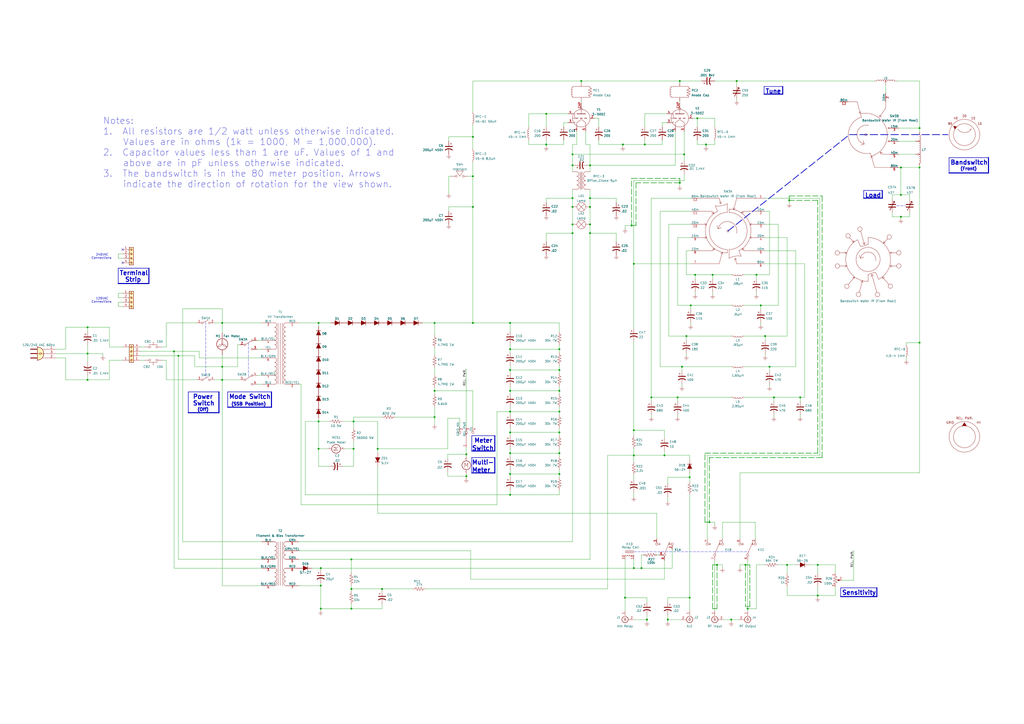
<source format=kicad_sch>
(kicad_sch (version 20211123) (generator eeschema)
  (paper "A2")
  (junction (at 413.385 159.385))
  (junction (at 438.785 159.385))
  (junction (at 522.605 97.155))
  (junction (at 474.345 327.66))
  (junction (at 186.055 339.725))
  (junction (at 128.905 220.345))
  (junction (at 274.32 79.375))
  (junction (at 375.285 359.41))
  (junction (at 395.605 212.725))
  (junction (at 324.485 214.63))
  (junction (at 457.835 116.205))
  (junction (at 128.905 187.325))
  (junction (at 324.485 202.565))
  (junction (at 316.865 83.82))
  (junction (at 332.105 120.015))
  (junction (at 433.705 353.06))
  (junction (at 522.605 125.73))
  (junction (at 324.485 262.89))
  (junction (at 184.785 187.325))
  (junction (at 203.835 353.06))
  (junction (at 396.875 89.535))
  (junction (at 332.105 89.535))
  (junction (at 456.565 327.66))
  (junction (at 50.8 220.345))
  (junction (at 393.065 230.505))
  (junction (at 367.665 249.555))
  (junction (at 342.265 120.015))
  (junction (at 448.945 230.505))
  (junction (at 103.505 206.375))
  (junction (at 184.785 244.475))
  (junction (at 295.91 187.325))
  (junction (at 400.05 276.86))
  (junction (at 404.495 68.58))
  (junction (at 316.865 66.04))
  (junction (at 427.355 46.99))
  (junction (at 372.11 329.565))
  (junction (at 522.605 113.03))
  (junction (at 295.91 287.02))
  (junction (at 398.145 194.945))
  (junction (at 205.105 244.475))
  (junction (at 400.05 346.71))
  (junction (at 424.18 359.41))
  (junction (at 252.095 226.695))
  (junction (at 324.485 250.825))
  (junction (at 367.665 329.565))
  (junction (at 203.835 324.485))
  (junction (at 128.905 212.725))
  (junction (at 366.395 130.81))
  (junction (at 274.32 102.235))
  (junction (at 274.32 187.325))
  (junction (at 361.315 83.82))
  (junction (at 387.35 359.41))
  (junction (at 533.4 198.755))
  (junction (at 403.225 159.385))
  (junction (at 374.015 83.82))
  (junction (at 385.445 264.16))
  (junction (at 377.825 230.505))
  (junction (at 533.4 74.295))
  (junction (at 464.185 230.505))
  (junction (at 295.91 274.955))
  (junction (at 332.105 114.935))
  (junction (at 474.345 345.44))
  (junction (at 219.075 260.35))
  (junction (at 295.91 262.89))
  (junction (at 252.095 241.935))
  (junction (at 324.485 274.955))
  (junction (at 332.105 95.885))
  (junction (at 295.91 214.63))
  (junction (at 50.8 205.105))
  (junction (at 446.405 212.725))
  (junction (at 221.615 341.63))
  (junction (at 337.185 46.99))
  (junction (at 274.32 120.015))
  (junction (at 415.925 327.66))
  (junction (at 324.485 226.695))
  (junction (at 367.665 264.16))
  (junction (at 367.665 153.035))
  (junction (at 342.265 95.885))
  (junction (at 324.485 238.76))
  (junction (at 394.335 46.99))
  (junction (at 362.585 346.71))
  (junction (at 186.055 353.06))
  (junction (at 186.055 329.565))
  (junction (at 409.575 83.82))
  (junction (at 270.51 276.225))
  (junction (at 295.91 202.565))
  (junction (at 342.265 130.175))
  (junction (at 432.435 327.66))
  (junction (at 50.8 189.865))
  (junction (at 443.865 194.945))
  (junction (at 203.835 341.63))
  (junction (at 332.105 130.175))
  (junction (at 441.325 177.165))
  (junction (at 100.965 203.835))
  (junction (at 332.105 135.255))
  (junction (at 270.51 263.525))
  (junction (at 295.91 226.695))
  (junction (at 342.265 135.255))
  (junction (at 400.685 177.165))
  (junction (at 184.785 260.35))
  (junction (at 533.4 97.155))
  (junction (at 295.91 238.76))
  (junction (at 411.48 302.895))
  (junction (at 342.265 114.935))
  (junction (at 394.335 106.045))
  (junction (at 295.91 250.825))
  (junction (at 205.105 260.35))
  (junction (at 252.095 187.325))
  (no_connect (at 71.12 152.4))
  (no_connect (at 71.12 144.78))
  (wire (pts (xy 295.91 262.89) (xy 324.485 262.89)))
  (wire (pts (xy 352.425 264.16) (xy 352.425 341.63)))
  (wire (pts (xy 184.785 270.51) (xy 184.785 260.35)))
  (wire (pts (xy 189.865 260.35) (xy 184.785 260.35)))
  (wire (pts (xy 68.58 172.72) (xy 68.58 170.18)))
  (wire (pts (xy 274.32 93.98) (xy 274.32 102.235)))
  (wire (pts (xy 387.35 288.29) (xy 387.35 290.83)))
  (wire (pts (xy 81.28 208.915) (xy 83.82 208.915)))
  (wire (pts (xy 273.05 319.405) (xy 173.355 319.405)))
  (wire (pts (xy 404.495 68.58) (xy 401.955 68.58)))
  (wire (pts (xy 398.145 194.945) (xy 424.18 194.945)))
  (wire (pts (xy 367.665 104.775) (xy 367.665 153.035)))
  (wire (pts (xy 517.525 113.03) (xy 522.605 113.03)))
  (wire (pts (xy 375.285 359.41) (xy 375.285 356.87)))
  (wire (pts (xy 186.055 339.725) (xy 186.055 338.455)))
  (wire (pts (xy 274.32 79.375) (xy 274.32 86.36)))
  (wire (pts (xy 295.91 260.35) (xy 295.91 262.89)))
  (wire (pts (xy 68.58 175.26) (xy 71.12 175.26)))
  (wire (pts (xy 381 297.815) (xy 219.075 297.815)))
  (wire (pts (xy 332.105 95.885) (xy 332.105 99.695)))
  (wire (pts (xy 124.46 220.345) (xy 128.905 220.345)))
  (wire (pts (xy 68.58 177.8) (xy 68.58 175.26)))
  (wire (pts (xy 381 321.945) (xy 382.27 321.945)))
  (wire (pts (xy 391.795 76.2) (xy 391.795 95.885)))
  (wire (pts (xy 295.91 192.405) (xy 295.91 187.325)))
  (polyline (pts (xy 144.145 198.755) (xy 144.145 219.075)))
  (wire (pts (xy 367.665 264.16) (xy 367.665 267.97)))
  (wire (pts (xy 186.055 353.06) (xy 186.055 354.33)))
  (wire (pts (xy 221.615 341.63) (xy 239.395 341.63)))
  (wire (pts (xy 521.335 81.915) (xy 530.86 81.915)))
  (wire (pts (xy 525.78 207.645) (xy 525.78 208.915)))
  (wire (pts (xy 173.355 324.485) (xy 203.835 324.485)))
  (wire (pts (xy 274.32 102.235) (xy 274.32 120.015)))
  (wire (pts (xy 387.35 360.68) (xy 387.35 359.41)))
  (wire (pts (xy 260.35 102.235) (xy 261.62 102.235)))
  (wire (pts (xy 374.015 81.28) (xy 374.015 83.82)))
  (wire (pts (xy 433.705 353.06) (xy 438.785 353.06)))
  (wire (pts (xy 100.965 329.565) (xy 151.765 329.565)))
  (wire (pts (xy 411.48 265.43) (xy 411.48 302.895)) (stroke (width 0.3) (type dash)))
  (wire (pts (xy 128.905 212.725) (xy 128.905 220.345)))
  (wire (pts (xy 203.835 341.63) (xy 203.835 342.9)))
  (wire (pts (xy 533.4 97.155) (xy 533.4 198.755)))
  (polyline (pts (xy 487.68 340.995) (xy 487.68 346.075)) (stroke (width 0.3) (type solid)))
  (wire (pts (xy 367.665 359.41) (xy 375.285 359.41)))
  (wire (pts (xy 191.135 270.51) (xy 184.785 270.51)))
  (polyline (pts (xy 68.58 155.575) (xy 68.58 164.465)) (stroke (width 0.3) (type solid)))
  (wire (pts (xy 394.335 103.505) (xy 394.335 106.045)) (stroke (width 0.3)))
  (wire (pts (xy 128.905 220.345) (xy 128.905 339.725)))
  (wire (pts (xy 186.055 329.565) (xy 367.665 329.565)))
  (wire (pts (xy 410.21 312.42) (xy 410.21 264.16)))
  (wire (pts (xy 438.15 312.42) (xy 438.15 302.895)))
  (wire (pts (xy 324.485 250.825) (xy 324.485 248.285)))
  (wire (pts (xy 184.785 244.475) (xy 191.135 244.475)))
  (wire (pts (xy 533.4 46.99) (xy 520.065 46.99)))
  (wire (pts (xy 32.385 207.645) (xy 38.1 207.645)))
  (wire (pts (xy 474.345 262.89) (xy 474.345 116.205)) (stroke (width 0.3) (type dash)))
  (wire (pts (xy 252.095 236.22) (xy 252.095 241.935)))
  (wire (pts (xy 151.765 314.325) (xy 106.045 314.325)))
  (wire (pts (xy 219.075 260.35) (xy 219.075 262.89)))
  (wire (pts (xy 394.335 59.69) (xy 394.335 58.42)))
  (wire (pts (xy 474.345 327.66) (xy 469.265 327.66)))
  (wire (pts (xy 259.715 276.225) (xy 270.51 276.225)))
  (wire (pts (xy 434.975 327.66) (xy 432.435 327.66)) (stroke (width 0.3)))
  (wire (pts (xy 259.715 263.525) (xy 270.51 263.525)))
  (wire (pts (xy 385.445 335.915) (xy 385.445 325.12)))
  (polyline (pts (xy 127 239.395) (xy 127 227.33)) (stroke (width 0.6) (type solid)))
  (wire (pts (xy 367.665 285.75) (xy 367.665 288.29)))
  (wire (pts (xy 173.355 339.725) (xy 186.055 339.725)))
  (wire (pts (xy 387.985 194.945) (xy 398.145 194.945)))
  (wire (pts (xy 441.325 188.595) (xy 441.325 187.325)))
  (wire (pts (xy 387.985 130.175) (xy 387.985 194.945)))
  (wire (pts (xy 332.105 89.535) (xy 332.105 95.885)))
  (wire (pts (xy 316.865 66.04) (xy 329.565 66.04)))
  (wire (pts (xy 409.575 83.82) (xy 414.655 83.82)))
  (wire (pts (xy 324.485 274.955) (xy 324.485 276.86)))
  (wire (pts (xy 149.225 217.805) (xy 151.765 217.805)))
  (wire (pts (xy 456.565 345.44) (xy 474.345 345.44)))
  (wire (pts (xy 96.52 220.345) (xy 96.52 208.915)))
  (wire (pts (xy 274.32 46.99) (xy 337.185 46.99)))
  (wire (pts (xy 149.225 202.565) (xy 151.765 202.565)))
  (wire (pts (xy 337.185 46.99) (xy 337.185 48.26)))
  (polyline (pts (xy 157.48 227.33) (xy 132.08 227.33)) (stroke (width 0.3) (type solid)))
  (wire (pts (xy 375.285 346.71) (xy 362.585 346.71)))
  (wire (pts (xy 398.145 206.375) (xy 398.145 205.105)))
  (wire (pts (xy 466.725 153.035) (xy 466.725 230.505)))
  (wire (pts (xy 295.91 274.955) (xy 295.91 276.86)))
  (wire (pts (xy 400.05 346.71) (xy 400.05 354.33)))
  (wire (pts (xy 400.05 264.16) (xy 400.05 266.7)))
  (wire (pts (xy 270.51 274.955) (xy 270.51 276.225)))
  (wire (pts (xy 419.735 359.41) (xy 424.18 359.41)))
  (wire (pts (xy 533.4 198.755) (xy 533.4 274.32)))
  (wire (pts (xy 457.835 113.665) (xy 457.835 116.205)) (stroke (width 0.3)))
  (wire (pts (xy 395.605 224.155) (xy 395.605 222.885)))
  (wire (pts (xy 461.645 145.415) (xy 443.865 145.415)))
  (wire (pts (xy 50.8 220.345) (xy 63.5 220.345)))
  (wire (pts (xy 433.705 325.12) (xy 433.705 353.06)))
  (wire (pts (xy 221.615 350.52) (xy 221.615 353.06)))
  (polyline (pts (xy 511.81 110.49) (xy 501.015 110.49)) (stroke (width 0.3) (type solid)))
  (wire (pts (xy 424.18 359.41) (xy 428.625 359.41)))
  (wire (pts (xy 186.055 329.565) (xy 180.975 329.565)))
  (wire (pts (xy 525.78 200.025) (xy 525.78 198.755)))
  (wire (pts (xy 324.485 187.325) (xy 324.485 192.405)))
  (wire (pts (xy 327.025 73.66) (xy 327.025 71.12)))
  (wire (pts (xy 403.225 159.385) (xy 398.145 159.385)))
  (polyline (pts (xy 273.685 261.62) (xy 287.02 261.62)) (stroke (width 0.6) (type solid)))
  (wire (pts (xy 368.935 130.81) (xy 366.395 130.81)) (stroke (width 0.3)))
  (polyline (pts (xy 443.23 54.61) (xy 454.025 54.61)) (stroke (width 0.6) (type solid)))
  (wire (pts (xy 252.095 224.79) (xy 252.095 226.695)))
  (polyline (pts (xy 287.02 261.62) (xy 287.02 252.73)) (stroke (width 0.6) (type solid)))
  (wire (pts (xy 295.91 236.22) (xy 295.91 238.76)))
  (wire (pts (xy 324.485 202.565) (xy 324.485 200.025)))
  (wire (pts (xy 408.94 302.895) (xy 408.94 262.89)) (stroke (width 0.3) (type dash)))
  (wire (pts (xy 429.26 329.565) (xy 429.26 327.66)))
  (wire (pts (xy 306.705 66.04) (xy 316.865 66.04)))
  (wire (pts (xy 513.715 49.53) (xy 513.715 53.975)))
  (wire (pts (xy 50.8 189.865) (xy 63.5 189.865)))
  (polyline (pts (xy 157.48 236.22) (xy 157.48 227.33)) (stroke (width 0.6) (type solid)))
  (wire (pts (xy 324.485 262.89) (xy 324.485 260.35)))
  (wire (pts (xy 367.665 324.485) (xy 367.665 329.565)))
  (wire (pts (xy 387.35 349.25) (xy 387.35 346.71)))
  (wire (pts (xy 408.94 262.89) (xy 474.345 262.89)) (stroke (width 0.3) (type dash)))
  (wire (pts (xy 337.185 59.69) (xy 337.185 58.42)))
  (wire (pts (xy 387.35 276.86) (xy 400.05 276.86)))
  (polyline (pts (xy 132.08 236.22) (xy 157.48 236.22)) (stroke (width 0.6) (type solid)))
  (wire (pts (xy 443.865 114.935) (xy 475.615 114.935)))
  (wire (pts (xy 393.065 241.935) (xy 393.065 240.665)))
  (wire (pts (xy 367.665 260.35) (xy 367.665 264.16)))
  (wire (pts (xy 403.225 170.815) (xy 403.225 169.545)))
  (wire (pts (xy 357.505 135.255) (xy 342.265 135.255)))
  (wire (pts (xy 466.725 153.035) (xy 443.865 153.035)))
  (wire (pts (xy 389.89 329.565) (xy 389.89 318.77)))
  (polyline (pts (xy 109.22 227.33) (xy 109.22 239.395)) (stroke (width 0.3) (type solid)))
  (wire (pts (xy 205.105 270.51) (xy 205.105 260.35)))
  (wire (pts (xy 476.885 113.665) (xy 476.885 265.43)) (stroke (width 0.3) (type dash)))
  (wire (pts (xy 357.505 114.935) (xy 342.265 114.935)))
  (polyline (pts (xy 511.81 114.935) (xy 511.81 110.49)) (stroke (width 0.6) (type solid)))
  (wire (pts (xy 184.785 187.325) (xy 173.355 187.325)))
  (wire (pts (xy 408.94 302.895) (xy 411.48 302.895)) (stroke (width 0.3)))
  (wire (pts (xy 124.46 187.325) (xy 128.905 187.325)))
  (wire (pts (xy 438.785 353.06) (xy 438.785 327.66)))
  (wire (pts (xy 367.665 153.035) (xy 400.685 153.035)))
  (wire (pts (xy 184.785 189.23) (xy 184.785 187.325)))
  (wire (pts (xy 347.345 73.66) (xy 347.345 68.58)))
  (wire (pts (xy 393.065 230.505) (xy 424.18 230.505)))
  (wire (pts (xy 382.905 122.555) (xy 400.685 122.555)))
  (wire (pts (xy 316.865 73.66) (xy 316.865 66.04)))
  (polyline (pts (xy 127 227.33) (xy 109.22 227.33)) (stroke (width 0.3) (type solid)))
  (wire (pts (xy 337.185 46.99) (xy 394.335 46.99)))
  (wire (pts (xy 533.4 46.99) (xy 533.4 74.295)))
  (wire (pts (xy 384.175 73.66) (xy 384.175 71.12)))
  (wire (pts (xy 367.665 329.565) (xy 372.11 329.565)))
  (wire (pts (xy 252.095 226.695) (xy 252.095 228.6)))
  (polyline (pts (xy 520.065 119.38) (xy 525.145 119.38)))
  (wire (pts (xy 400.05 287.02) (xy 400.05 346.71)))
  (wire (pts (xy 451.485 130.175) (xy 451.485 177.165)))
  (wire (pts (xy 517.525 115.57) (xy 517.525 113.03)))
  (wire (pts (xy 414.655 46.99) (xy 427.355 46.99)))
  (wire (pts (xy 271.78 102.235) (xy 274.32 102.235)))
  (wire (pts (xy 324.485 226.695) (xy 324.485 228.6)))
  (wire (pts (xy 342.265 83.82) (xy 342.265 95.885)))
  (wire (pts (xy 198.755 244.475) (xy 205.105 244.475)))
  (wire (pts (xy 394.335 106.045) (xy 394.335 107.95)))
  (wire (pts (xy 398.145 159.385) (xy 398.145 145.415)))
  (wire (pts (xy 443.865 194.945) (xy 456.565 194.945)))
  (wire (pts (xy 443.865 206.375) (xy 443.865 205.105)))
  (wire (pts (xy 464.185 233.045) (xy 464.185 230.505)))
  (wire (pts (xy 342.265 135.255) (xy 342.265 324.485)))
  (wire (pts (xy 295.91 226.695) (xy 295.91 228.6)))
  (wire (pts (xy 400.685 179.705) (xy 400.685 177.165)))
  (wire (pts (xy 50.8 189.865) (xy 38.1 189.865)))
  (wire (pts (xy 362.585 130.81) (xy 362.585 132.715)))
  (wire (pts (xy 68.58 170.18) (xy 71.12 170.18)))
  (wire (pts (xy 327.025 81.28) (xy 327.025 83.82)))
  (wire (pts (xy 400.685 188.595) (xy 400.685 187.325)))
  (wire (pts (xy 367.665 198.12) (xy 367.665 249.555)))
  (polyline (pts (xy 422.275 133.985) (xy 492.76 78.105)) (stroke (width 0.4)))
  (wire (pts (xy 324.485 226.695) (xy 324.485 224.155)))
  (wire (pts (xy 128.905 187.325) (xy 128.905 193.04)))
  (wire (pts (xy 260.35 122.555) (xy 260.35 120.015)))
  (wire (pts (xy 174.625 222.885) (xy 173.355 222.885)))
  (wire (pts (xy 324.485 214.63) (xy 324.485 216.535)))
  (wire (pts (xy 393.065 137.795) (xy 400.685 137.795)))
  (wire (pts (xy 324.485 238.76) (xy 324.485 236.22)))
  (wire (pts (xy 385.445 264.16) (xy 400.05 264.16)))
  (wire (pts (xy 259.715 266.065) (xy 259.715 263.525)))
  (wire (pts (xy 295.91 262.89) (xy 295.91 264.795)))
  (wire (pts (xy 400.05 274.32) (xy 400.05 276.86)))
  (wire (pts (xy 398.145 145.415) (xy 400.685 145.415)))
  (wire (pts (xy 438.785 327.66) (xy 443.865 327.66)))
  (polyline (pts (xy 487.68 346.075) (xy 508.635 346.075)) (stroke (width 0.6) (type solid)))
  (wire (pts (xy 327.025 83.82) (xy 316.865 83.82)))
  (polyline (pts (xy 367.665 320.04) (xy 434.34 320.04)))
  (wire (pts (xy 295.91 250.825) (xy 324.485 250.825)))
  (wire (pts (xy 316.865 135.255) (xy 316.865 140.335)))
  (wire (pts (xy 50.8 205.105) (xy 50.8 210.185)))
  (wire (pts (xy 137.795 200.025) (xy 139.065 200.025)))
  (wire (pts (xy 357.505 117.475) (xy 357.505 114.935)))
  (wire (pts (xy 404.495 73.66) (xy 404.495 68.58)))
  (wire (pts (xy 431.8 177.165) (xy 441.325 177.165)))
  (wire (pts (xy 419.1 329.565) (xy 419.1 327.66)))
  (wire (pts (xy 100.965 203.835) (xy 115.57 203.835)))
  (wire (pts (xy 184.785 242.57) (xy 184.785 244.475)))
  (wire (pts (xy 367.665 153.035) (xy 367.665 190.5)))
  (wire (pts (xy 270.51 259.715) (xy 270.51 263.525)))
  (wire (pts (xy 63.5 189.865) (xy 63.5 201.295)))
  (wire (pts (xy 431.8 230.505) (xy 448.945 230.505)))
  (wire (pts (xy 474.345 116.205) (xy 457.835 116.205)) (stroke (width 0.3) (type dash)))
  (wire (pts (xy 372.11 329.565) (xy 389.89 329.565)))
  (wire (pts (xy 395.605 215.265) (xy 395.605 212.725)))
  (polyline (pts (xy 287.02 252.73) (xy 273.685 252.73)) (stroke (width 0.3) (type solid)))
  (wire (pts (xy 63.5 220.345) (xy 63.5 208.915)))
  (wire (pts (xy 396.875 76.2) (xy 396.875 89.535)))
  (wire (pts (xy 433.705 353.06) (xy 433.705 354.33)))
  (wire (pts (xy 474.345 332.74) (xy 474.345 327.66)))
  (polyline (pts (xy 68.58 164.465) (xy 86.36 164.465)) (stroke (width 0.6) (type solid)))
  (wire (pts (xy 177.165 287.02) (xy 295.91 287.02)))
  (wire (pts (xy 429.26 274.32) (xy 429.26 312.42)))
  (polyline (pts (xy 119.38 186.69) (xy 119.38 219.075)))
  (wire (pts (xy 413.385 327.66) (xy 415.925 327.66)) (stroke (width 0.3)))
  (wire (pts (xy 415.925 327.66) (xy 415.925 353.06)) (stroke (width 0.3) (type dash)))
  (wire (pts (xy 288.29 238.76) (xy 295.91 238.76)))
  (wire (pts (xy 367.665 249.555) (xy 367.665 252.73)))
  (wire (pts (xy 382.905 212.725) (xy 395.605 212.725)))
  (wire (pts (xy 128.905 179.07) (xy 128.905 187.325)))
  (wire (pts (xy 186.055 339.725) (xy 186.055 353.06)))
  (wire (pts (xy 375.285 360.68) (xy 375.285 359.41)))
  (wire (pts (xy 384.175 83.82) (xy 374.015 83.82)))
  (wire (pts (xy 205.105 260.35) (xy 200.025 260.35)))
  (wire (pts (xy 103.505 324.485) (xy 103.505 206.375)))
  (wire (pts (xy 259.715 242.57) (xy 259.715 260.35)))
  (wire (pts (xy 274.32 187.325) (xy 295.91 187.325)))
  (wire (pts (xy 347.345 81.28) (xy 347.345 83.82)))
  (wire (pts (xy 404.495 83.82) (xy 409.575 83.82)))
  (wire (pts (xy 446.405 215.265) (xy 446.405 212.725)))
  (wire (pts (xy 441.325 177.165) (xy 451.485 177.165)))
  (wire (pts (xy 427.355 46.99) (xy 507.365 46.99)))
  (wire (pts (xy 495.3 336.55) (xy 495.3 319.405)))
  (wire (pts (xy 438.785 159.385) (xy 431.8 159.385)))
  (wire (pts (xy 443.865 122.555) (xy 446.405 122.555)))
  (wire (pts (xy 387.35 359.41) (xy 387.35 356.87)))
  (wire (pts (xy 295.91 238.76) (xy 324.485 238.76)))
  (wire (pts (xy 413.385 170.815) (xy 413.385 169.545)))
  (wire (pts (xy 342.265 114.935) (xy 342.265 120.015)))
  (wire (pts (xy 260.35 120.015) (xy 274.32 120.015)))
  (wire (pts (xy 260.35 79.375) (xy 274.32 79.375)))
  (wire (pts (xy 252.095 187.325) (xy 252.095 194.31)))
  (wire (pts (xy 340.995 95.885) (xy 342.265 95.885)))
  (wire (pts (xy 367.665 264.16) (xy 385.445 264.16)))
  (wire (pts (xy 252.095 213.36) (xy 252.095 217.17)))
  (wire (pts (xy 149.225 222.885) (xy 151.765 222.885)))
  (wire (pts (xy 456.565 137.795) (xy 456.565 194.945)))
  (wire (pts (xy 324.485 202.565) (xy 324.485 204.47)))
  (wire (pts (xy 38.1 220.345) (xy 38.1 207.645)))
  (wire (pts (xy 432.435 327.66) (xy 432.435 351.79)) (stroke (width 0.3) (type dash)))
  (wire (pts (xy 387.985 130.175) (xy 400.685 130.175)))
  (wire (pts (xy 461.645 145.415) (xy 461.645 212.725)))
  (wire (pts (xy 295.91 226.695) (xy 324.485 226.695)))
  (wire (pts (xy 316.865 85.09) (xy 316.865 83.82)))
  (wire (pts (xy 137.795 212.725) (xy 128.905 212.725)))
  (wire (pts (xy 259.715 260.35) (xy 219.075 260.35)))
  (wire (pts (xy 419.1 312.42) (xy 419.1 302.895)))
  (wire (pts (xy 413.385 353.06) (xy 415.925 353.06)) (stroke (width 0.3)))
  (wire (pts (xy 431.8 212.725) (xy 446.405 212.725)))
  (wire (pts (xy 332.105 114.935) (xy 332.105 120.015)))
  (wire (pts (xy 429.26 327.66) (xy 432.435 327.66)))
  (wire (pts (xy 205.105 241.935) (xy 221.615 241.935)))
  (wire (pts (xy 434.975 351.79) (xy 434.975 327.66)) (stroke (width 0.3) (type dash)))
  (wire (pts (xy 149.225 197.485) (xy 151.765 197.485)))
  (wire (pts (xy 456.565 137.795) (xy 443.865 137.795)))
  (wire (pts (xy 316.865 83.82) (xy 306.705 83.82)))
  (wire (pts (xy 316.865 135.255) (xy 332.105 135.255)))
  (wire (pts (xy 203.835 324.485) (xy 203.835 332.105)))
  (wire (pts (xy 96.52 187.325) (xy 114.3 187.325)))
  (wire (pts (xy 203.835 341.63) (xy 221.615 341.63)))
  (wire (pts (xy 394.335 46.99) (xy 394.335 48.26)))
  (wire (pts (xy 446.405 212.725) (xy 461.645 212.725)))
  (polyline (pts (xy 550.545 91.44) (xy 550.545 100.33)) (stroke (width 0.3) (type solid)))
  (wire (pts (xy 332.105 83.82) (xy 332.105 89.535)))
  (wire (pts (xy 173.355 314.325) (xy 332.105 314.325)))
  (wire (pts (xy 295.91 212.09) (xy 295.91 214.63)))
  (wire (pts (xy 372.11 321.945) (xy 373.38 321.945)))
  (wire (pts (xy 521.335 97.155) (xy 522.605 97.155)))
  (wire (pts (xy 381 312.42) (xy 381 297.815)))
  (wire (pts (xy 71.12 149.86) (xy 68.58 149.86)))
  (wire (pts (xy 270.51 264.795) (xy 270.51 263.525)))
  (wire (pts (xy 191.77 187.325) (xy 184.785 187.325)))
  (wire (pts (xy 63.5 201.295) (xy 71.12 201.295)))
  (wire (pts (xy 367.665 104.775) (xy 396.875 104.775)))
  (wire (pts (xy 332.105 89.535) (xy 396.875 89.535)))
  (polyline (pts (xy 492.76 78.105) (xy 549.91 78.105)) (stroke (width 0.4)))
  (wire (pts (xy 456.565 345.44) (xy 456.565 340.36)))
  (wire (pts (xy 375.285 349.25) (xy 375.285 346.71)))
  (wire (pts (xy 400.05 276.86) (xy 400.05 279.4)))
  (wire (pts (xy 96.52 187.325) (xy 96.52 201.295)))
  (polyline (pts (xy 573.405 100.33) (xy 573.405 91.44)) (stroke (width 0.6) (type solid)))
  (wire (pts (xy 443.865 130.175) (xy 451.485 130.175)))
  (wire (pts (xy 414.655 81.28) (xy 414.655 83.82)))
  (wire (pts (xy 334.645 76.2) (xy 334.645 83.82)))
  (wire (pts (xy 413.385 353.06) (xy 413.385 327.66)) (stroke (width 0.3) (type dash)))
  (wire (pts (xy 174.625 292.735) (xy 174.625 222.885)))
  (wire (pts (xy 260.35 112.395) (xy 260.35 102.235)))
  (wire (pts (xy 270.51 276.225) (xy 270.51 277.495)))
  (wire (pts (xy 443.865 197.485) (xy 443.865 194.945)))
  (wire (pts (xy 38.1 220.345) (xy 50.8 220.345)))
  (wire (pts (xy 424.18 360.68) (xy 424.18 359.41)))
  (wire (pts (xy 324.485 287.02) (xy 324.485 284.48)))
  (wire (pts (xy 71.12 172.72) (xy 68.58 172.72)))
  (wire (pts (xy 448.945 233.045) (xy 448.945 230.505)))
  (wire (pts (xy 414.655 302.895) (xy 414.655 304.8)))
  (wire (pts (xy 339.725 76.2) (xy 339.725 83.82)))
  (wire (pts (xy 342.265 130.175) (xy 342.265 135.255)))
  (wire (pts (xy 113.03 212.725) (xy 113.03 206.375)))
  (wire (pts (xy 81.28 201.295) (xy 83.82 201.295)))
  (wire (pts (xy 295.91 214.63) (xy 295.91 216.535)))
  (wire (pts (xy 457.835 113.665) (xy 476.885 113.665)) (stroke (width 0.3) (type dash)))
  (wire (pts (xy 456.565 332.74) (xy 456.565 327.66)))
  (wire (pts (xy 521.335 74.295) (xy 533.4 74.295)))
  (wire (pts (xy 385.445 249.555) (xy 385.445 254)))
  (wire (pts (xy 409.575 85.09) (xy 409.575 83.82)))
  (wire (pts (xy 295.91 250.825) (xy 295.91 252.73)))
  (wire (pts (xy 410.21 264.16) (xy 475.615 264.16)))
  (polyline (pts (xy 501.015 114.935) (xy 511.81 114.935)) (stroke (width 0.6) (type solid)))
  (polyline (pts (xy 287.02 265.43) (xy 273.685 265.43)) (stroke (width 0.3) (type solid)))
  (polyline (pts (xy 454.025 54.61) (xy 454.025 50.165)) (stroke (width 0.6) (type solid)))
  (wire (pts (xy 385.445 261.62) (xy 385.445 264.16)))
  (wire (pts (xy 368.935 106.045) (xy 368.935 130.81)) (stroke (width 0.3) (type dash)))
  (wire (pts (xy 342.265 95.885) (xy 342.265 99.695)))
  (wire (pts (xy 295.91 272.415) (xy 295.91 274.955)))
  (wire (pts (xy 377.825 114.935) (xy 377.825 230.505)))
  (wire (pts (xy 400.685 177.165) (xy 424.18 177.165)))
  (wire (pts (xy 448.945 230.505) (xy 464.185 230.505)))
  (wire (pts (xy 327.025 71.12) (xy 329.565 71.12)))
  (wire (pts (xy 332.105 130.175) (xy 332.105 135.255)))
  (wire (pts (xy 385.445 249.555) (xy 367.665 249.555)))
  (wire (pts (xy 377.825 230.505) (xy 393.065 230.505)))
  (polyline (pts (xy 132.08 227.33) (xy 132.08 236.22)) (stroke (width 0.3) (type solid)))
  (polyline (pts (xy 550.545 100.33) (xy 573.405 100.33)) (stroke (width 0.6) (type solid)))
  (wire (pts (xy 332.105 109.855) (xy 332.105 114.935)))
  (wire (pts (xy 252.095 187.325) (xy 245.11 187.325)))
  (wire (pts (xy 438.785 161.925) (xy 438.785 159.385)))
  (wire (pts (xy 266.7 247.65) (xy 266.7 242.57)))
  (wire (pts (xy 203.835 353.06) (xy 186.055 353.06)))
  (wire (pts (xy 114.3 220.345) (xy 96.52 220.345)))
  (wire (pts (xy 362.585 324.485) (xy 362.585 346.71)))
  (wire (pts (xy 128.905 187.325) (xy 151.765 187.325)))
  (wire (pts (xy 533.4 74.295) (xy 533.4 76.835)))
  (wire (pts (xy 403.225 159.385) (xy 413.385 159.385)))
  (wire (pts (xy 393.065 137.795) (xy 393.065 177.165)))
  (wire (pts (xy 295.91 214.63) (xy 324.485 214.63)))
  (wire (pts (xy 106.045 179.07) (xy 106.045 314.325)))
  (wire (pts (xy 115.57 207.645) (xy 151.765 207.645)))
  (wire (pts (xy 252.095 201.93) (xy 252.095 205.74)))
  (wire (pts (xy 404.495 68.58) (xy 414.655 68.58)))
  (wire (pts (xy 59.69 205.105) (xy 59.69 206.375)))
  (wire (pts (xy 377.825 241.935) (xy 377.825 240.665)))
  (wire (pts (xy 252.095 241.935) (xy 252.095 246.38)))
  (wire (pts (xy 372.11 329.565) (xy 372.11 321.945)))
  (wire (pts (xy 324.485 250.825) (xy 324.485 252.73)))
  (wire (pts (xy 387.35 346.71) (xy 400.05 346.71)))
  (wire (pts (xy 295.91 202.565) (xy 324.485 202.565)))
  (wire (pts (xy 342.265 109.855) (xy 342.265 114.935)))
  (wire (pts (xy 517.525 125.73) (xy 517.525 123.19)))
  (wire (pts (xy 411.48 302.895) (xy 414.655 302.895)))
  (wire (pts (xy 394.335 46.99) (xy 407.035 46.99)))
  (wire (pts (xy 352.425 341.63) (xy 247.015 341.63)))
  (wire (pts (xy 103.505 206.375) (xy 113.03 206.375)))
  (wire (pts (xy 324.485 262.89) (xy 324.485 264.795)))
  (wire (pts (xy 456.565 327.66) (xy 451.485 327.66)))
  (wire (pts (xy 393.065 177.165) (xy 400.685 177.165)))
  (wire (pts (xy 474.345 346.71) (xy 474.345 345.44)))
  (wire (pts (xy 522.605 125.73) (xy 527.685 125.73)))
  (wire (pts (xy 347.345 68.58) (xy 344.805 68.58)))
  (wire (pts (xy 396.875 89.535) (xy 396.875 93.345)))
  (wire (pts (xy 50.8 205.105) (xy 32.385 205.105)))
  (wire (pts (xy 177.165 244.475) (xy 184.785 244.475)))
  (wire (pts (xy 446.405 224.155) (xy 446.405 222.885)))
  (wire (pts (xy 457.835 116.205) (xy 457.835 118.11)))
  (wire (pts (xy 384.175 81.28) (xy 384.175 83.82)))
  (wire (pts (xy 295.91 284.48) (xy 295.91 287.02)))
  (wire (pts (xy 128.905 220.345) (xy 139.065 220.345)))
  (wire (pts (xy 377.825 233.045) (xy 377.825 230.505)))
  (wire (pts (xy 521.335 89.535) (xy 530.86 89.535)))
  (wire (pts (xy 274.32 72.39) (xy 274.32 79.375)))
  (wire (pts (xy 295.91 200.025) (xy 295.91 202.565)))
  (wire (pts (xy 273.05 335.915) (xy 385.445 335.915)))
  (wire (pts (xy 295.91 224.155) (xy 295.91 226.695)))
  (wire (pts (xy 221.615 341.63) (xy 221.615 342.9)))
  (wire (pts (xy 295.91 287.02) (xy 324.485 287.02)))
  (wire (pts (xy 38.1 189.865) (xy 38.1 202.565)))
  (wire (pts (xy 533.4 274.32) (xy 429.26 274.32)))
  (wire (pts (xy 434.975 351.79) (xy 432.435 351.79)) (stroke (width 0.3)))
  (wire (pts (xy 324.485 238.76) (xy 324.485 240.665)))
  (wire (pts (xy 394.335 106.045) (xy 368.935 106.045)) (stroke (width 0.3) (type dash)))
  (wire (pts (xy 96.52 208.915) (xy 93.98 208.915)))
  (polyline (pts (xy 454.025 50.165) (xy 443.23 50.165)) (stroke (width 0.3) (type solid)))
  (wire (pts (xy 427.355 58.42) (xy 427.355 57.15)))
  (wire (pts (xy 474.345 327.66) (xy 484.505 327.66)))
  (wire (pts (xy 387.35 276.86) (xy 387.35 280.67)))
  (wire (pts (xy 219.075 297.815) (xy 219.075 270.51)))
  (wire (pts (xy 438.785 159.385) (xy 446.405 159.385)))
  (wire (pts (xy 366.395 103.505) (xy 394.335 103.505)) (stroke (width 0.3) (type dash)))
  (wire (pts (xy 295.91 248.285) (xy 295.91 250.825)))
  (wire (pts (xy 221.615 353.06) (xy 203.835 353.06)))
  (wire (pts (xy 68.58 149.86) (xy 68.58 147.32)))
  (wire (pts (xy 342.265 95.885) (xy 391.795 95.885)))
  (wire (pts (xy 476.885 265.43) (xy 411.48 265.43)) (stroke (width 0.3) (type dash)))
  (wire (pts (xy 527.685 113.03) (xy 527.685 115.57)))
  (wire (pts (xy 522.605 127) (xy 522.605 125.73)))
  (wire (pts (xy 205.105 255.905) (xy 205.105 260.35)))
  (wire (pts (xy 525.78 198.755) (xy 533.4 198.755)))
  (wire (pts (xy 295.91 274.955) (xy 324.485 274.955)))
  (polyline (pts (xy 508.635 346.075) (xy 508.635 340.995)) (stroke (width 0.6) (type solid)))
  (wire (pts (xy 186.055 330.835) (xy 186.055 329.565)))
  (wire (pts (xy 229.235 241.935) (xy 252.095 241.935)))
  (polyline (pts (xy 573.405 91.44) (xy 550.545 91.44)) (stroke (width 0.3) (type solid)))
  (wire (pts (xy 81.28 203.835) (xy 100.965 203.835)))
  (wire (pts (xy 366.395 130.81) (xy 362.585 130.81)))
  (wire (pts (xy 361.315 83.82) (xy 374.015 83.82)))
  (wire (pts (xy 32.385 202.565) (xy 38.1 202.565)))
  (wire (pts (xy 174.625 292.735) (xy 288.29 292.735)))
  (polyline (pts (xy 508.635 340.995) (xy 487.68 340.995)) (stroke (width 0.3) (type solid)))
  (wire (pts (xy 128.905 205.74) (xy 128.905 212.725)))
  (polyline (pts (xy 501.015 110.49) (xy 501.015 114.935)) (stroke (width 0.3) (type solid)))
  (wire (pts (xy 50.8 192.405) (xy 50.8 189.865)))
  (wire (pts (xy 205.105 244.475) (xy 219.075 244.475)))
  (wire (pts (xy 446.405 122.555) (xy 446.405 159.385)))
  (wire (pts (xy 427.355 46.99) (xy 427.355 49.53)))
  (wire (pts (xy 366.395 130.81) (xy 366.395 103.505)) (stroke (width 0.3) (type dash)))
  (wire (pts (xy 106.045 179.07) (xy 128.905 179.07)))
  (wire (pts (xy 352.425 264.16) (xy 367.665 264.16)))
  (polyline (pts (xy 86.36 155.575) (xy 68.58 155.575)) (stroke (width 0.3) (type solid)))
  (wire (pts (xy 474.345 345.44) (xy 474.345 340.36)))
  (wire (pts (xy 198.755 270.51) (xy 205.105 270.51)))
  (wire (pts (xy 115.57 207.645) (xy 115.57 203.835)))
  (wire (pts (xy 382.905 122.555) (xy 382.905 212.725)))
  (wire (pts (xy 203.835 339.725) (xy 203.835 341.63)))
  (wire (pts (xy 324.485 214.63) (xy 324.485 212.09)))
  (wire (pts (xy 71.12 177.8) (xy 68.58 177.8)))
  (wire (pts (xy 306.705 73.66) (xy 306.705 66.04)))
  (wire (pts (xy 332.105 120.015) (xy 332.105 130.175)))
  (wire (pts (xy 103.505 324.485) (xy 151.765 324.485)))
  (wire (pts (xy 533.4 97.155) (xy 533.4 95.885)))
  (wire (pts (xy 475.615 114.935) (xy 475.615 264.16)))
  (wire (pts (xy 100.965 329.565) (xy 100.965 203.835)))
  (wire (pts (xy 441.325 179.705) (xy 441.325 177.165)))
  (wire (pts (xy 484.505 345.44) (xy 474.345 345.44)))
  (wire (pts (xy 394.97 359.41) (xy 387.35 359.41)))
  (wire (pts (xy 332.105 83.82) (xy 334.645 83.82)))
  (wire (pts (xy 374.015 66.04) (xy 386.715 66.04)))
  (wire (pts (xy 316.865 117.475) (xy 316.865 114.935)))
  (wire (pts (xy 50.8 200.025) (xy 50.8 205.105)))
  (wire (pts (xy 259.715 273.685) (xy 259.715 276.225)))
  (polyline (pts (xy 273.685 252.73) (xy 273.685 261.62)) (stroke (width 0.3) (type solid)))
  (wire (pts (xy 361.315 85.09) (xy 361.315 83.82)))
  (wire (pts (xy 404.495 81.28) (xy 404.495 83.82)))
  (wire (pts (xy 464.185 230.505) (xy 466.725 230.505)))
  (wire (pts (xy 484.505 327.66) (xy 484.505 332.74)))
  (wire (pts (xy 522.605 97.155) (xy 533.4 97.155)))
  (wire (pts (xy 81.28 206.375) (xy 103.505 206.375)))
  (wire (pts (xy 137.795 200.025) (xy 137.795 212.725)))
  (wire (pts (xy 448.945 241.935) (xy 448.945 240.665)))
  (wire (pts (xy 68.58 147.32) (xy 71.12 147.32)))
  (wire (pts (xy 205.105 244.475) (xy 205.105 248.285)))
  (wire (pts (xy 219.075 244.475) (xy 219.075 260.35)))
  (wire (pts (xy 295.91 238.76) (xy 295.91 240.665)))
  (wire (pts (xy 274.32 226.695) (xy 274.32 247.65)))
  (wire (pts (xy 413.385 161.925) (xy 413.385 159.385)))
  (wire (pts (xy 464.185 241.935) (xy 464.185 240.665)))
  (wire (pts (xy 93.98 201.295) (xy 96.52 201.295)))
  (wire (pts (xy 357.505 135.255) (xy 357.505 140.335)))
  (wire (pts (xy 398.145 197.485) (xy 398.145 194.945)))
  (wire (pts (xy 517.525 125.73) (xy 522.605 125.73)))
  (wire (pts (xy 342.265 83.82) (xy 339.725 83.82)))
  (wire (pts (xy 527.685 123.19) (xy 527.685 125.73)))
  (wire (pts (xy 295.91 187.325) (xy 324.485 187.325)))
  (wire (pts (xy 419.1 327.66) (xy 415.925 327.66)))
  (wire (pts (xy 266.7 242.57) (xy 259.715 242.57)))
  (wire (pts (xy 419.1 302.895) (xy 438.15 302.895)))
  (polyline (pts (xy 273.685 265.43) (xy 273.685 274.32)) (stroke (width 0.3) (type solid)))
  (wire (pts (xy 414.655 73.66) (xy 414.655 68.58)))
  (wire (pts (xy 414.655 325.12) (xy 414.655 354.33)))
  (wire (pts (xy 184.785 244.475) (xy 184.785 260.35)))
  (wire (pts (xy 522.605 113.03) (xy 527.685 113.03)))
  (wire (pts (xy 151.765 339.725) (xy 128.905 339.725)))
  (wire (pts (xy 413.385 159.385) (xy 424.18 159.385)))
  (wire (pts (xy 396.875 104.775) (xy 396.875 100.965)))
  (wire (pts (xy 384.175 71.12) (xy 386.715 71.12)))
  (wire (pts (xy 295.91 202.565) (xy 295.91 204.47)))
  (wire (pts (xy 316.865 81.28) (xy 316.865 83.82)))
  (wire (pts (xy 362.585 346.71) (xy 362.585 354.33)))
  (wire (pts (xy 203.835 353.06) (xy 203.835 350.52)))
  (wire (pts (xy 403.225 161.925) (xy 403.225 159.385)))
  (polyline (pts (xy 287.02 274.32) (xy 287.02 265.43)) (stroke (width 0.6) (type solid)))
  (wire (pts (xy 522.605 97.155) (xy 522.605 113.03)))
  (wire (pts (xy 316.865 114.935) (xy 332.105 114.935)))
  (wire (pts (xy 438.785 170.815) (xy 438.785 169.545)))
  (wire (pts (xy 274.32 46.99) (xy 274.32 64.77)))
  (wire (pts (xy 431.8 194.945) (xy 443.865 194.945)))
  (wire (pts (xy 177.165 244.475) (xy 177.165 287.02)))
  (polyline (pts (xy 86.36 164.465) (xy 86.36 155.575)) (stroke (width 0.6) (type solid)))
  (wire (pts (xy 332.105 95.885) (xy 333.375 95.885)))
  (wire (pts (xy 260.35 81.915) (xy 260.35 79.375)))
  (wire (pts (xy 367.665 278.13) (xy 367.665 275.59)))
  (wire (pts (xy 332.105 135.255) (xy 332.105 314.325)))
  (wire (pts (xy 50.8 205.105) (xy 59.69 205.105)))
  (wire (pts (xy 288.29 292.735) (xy 288.29 238.76)))
  (wire (pts (xy 50.8 217.805) (xy 50.8 220.345)))
  (wire (pts (xy 113.03 212.725) (xy 128.905 212.725)))
  (wire (pts (xy 324.485 274.955) (xy 324.485 272.415)))
  (wire (pts (xy 274.32 120.015) (xy 274.32 187.325)))
  (wire (pts (xy 273.05 319.405) (xy 273.05 335.915)))
  (wire (pts (xy 395.605 212.725) (xy 424.18 212.725)))
  (polyline (pts (xy 273.685 274.32) (xy 287.02 274.32)) (stroke (width 0.6) (type solid)))
  (wire (pts (xy 456.565 327.66) (xy 461.645 327.66)))
  (wire (pts (xy 488.315 336.55) (xy 495.3 336.55)))
  (wire (pts (xy 252.095 187.325) (xy 274.32 187.325)))
  (wire (pts (xy 203.835 324.485) (xy 342.265 324.485)))
  (wire (pts (xy 377.825 114.935) (xy 400.685 114.935)))
  (wire (pts (xy 270.51 213.995) (xy 270.51 247.65)))
  (polyline (pts (xy 443.23 50.165) (xy 443.23 54.61)) (stroke (width 0.3) (type solid)))
  (wire (pts (xy 306.705 83.82) (xy 306.705 81.28)))
  (wire (pts (xy 484.505 340.36) (xy 484.505 345.44)))
  (wire (pts (xy 342.265 120.015) (xy 342.265 130.175)))
  (wire (pts (xy 205.105 244.475) (xy 205.105 241.935)))
  (wire (pts (xy 374.015 73.66) (xy 374.015 66.04)))
  (wire (pts (xy 347.345 83.82) (xy 361.315 83.82)))
  (polyline (pts (xy 109.22 239.395) (xy 127 239.395)) (stroke (width 0.6) (type solid)))
  (wire (pts (xy 252.095 226.695) (xy 274.32 226.695)))
  (wire (pts (xy 63.5 208.915) (xy 71.12 208.915)))
  (wire (pts (xy 393.065 233.045) (xy 393.065 230.505)))
  (text "Load" (at 501.65 114.935 0) (effects (font (size 2.54 2.54) (thickness 0.508) bold) (justify left bottom)))
  (text "Strip" (at 72.39 163.83 0) (effects (font (size 2.54 2.54) (thickness 0.508) bold) (justify left bottom)))
  (text "Terminal" (at 69.215 160.02 0) (effects (font (size 2.54 2.54) (thickness 0.508) bold) (justify left bottom)))
  (text "Tune" (at 443.865 54.61 0) (effects (font (size 2.54 2.54) (thickness 0.508) bold) (justify left bottom)))
  (text "Bandswitch" (at 551.18 95.885 0) (effects (font (size 2.54 2.54) (thickness 0.508) bold) (justify left bottom)))
  (text "Connections" (at 64.77 150.495 180) (effects (font (size 1.27 1.27)) (justify right bottom)))
  (text "Power" (at 111.76 231.775 0) (effects (font (size 2.54 2.54) (thickness 0.508) bold) (justify left bottom)))
  (text "Meter" (at 273.685 274.32 0) (effects (font (size 2.54 2.54) (thickness 0.508) bold) (justify left bottom)))
  (text "Switch" (at 273.685 261.62 0) (effects (font (size 2.54 2.54) (thickness 0.508) bold) (justify left bottom)))
  (text "Mode Switch" (at 132.715 231.775 0) (effects (font (size 2.54 2.54) (thickness 0.508) bold) (justify left bottom)))
  (text "(Front)" (at 556.895 99.06 0) (effects (font (size 1.8 1.8) (thickness 0.508) bold) (justify left bottom)))
  (text "Connections" (at 64.77 175.895 180) (effects (font (size 1.27 1.27)) (justify right bottom)))
  (text "Multi-" (at 273.685 269.875 0) (effects (font (size 2.54 2.54) (thickness 0.508) bold) (justify left bottom)))
  (text "Sensitivity" (at 488.315 345.44 0) (effects (font (size 2.54 2.54) (thickness 0.508) bold) (justify left bottom)))
  (text "(SSB Position)" (at 133.985 235.585 0) (effects (font (size 1.8 1.8) (thickness 0.508) bold) (justify left bottom)))
  (text "240VAC" (at 62.865 148.59 180) (effects (font (size 1.27 1.27)) (justify right bottom)))
  (text "(Off)" (at 114.3 238.76 0) (effects (font (size 1.8 1.8) (thickness 0.508) bold) (justify left bottom)))
  (text "Notes:\n1.  All resistors are 1/2 watt unless otherwise indicated.\n    Values are in ohms (1k = 1000, M = 1,000,000).\n2.  Capacitor values less than 1 are uF. Values of 1 and\n    above are in pF unless otherwise indicated.\n3.  The bandswitch is in the 80 meter position. Arrows\n    indicate the direction of rotation for the view shown." (at 59.69 109.22 0) (effects (font (size 3.81 3.81)) (justify left bottom)))
  (text "Switch" (at 111.76 235.585 0) (effects (font (size 2.54 2.54) (thickness 0.508) bold) (justify left bottom)))
  (text "120VAC" (at 62.865 173.99 180) (effects (font (size 1.27 1.27)) (justify right bottom)))
  (text "Meter" (at 274.955 257.175 0) (effects (font (size 2.54 2.54) (thickness 0.508) bold) (justify left bottom)))
  (label "REL. PWR." (at 270.51 213.995 270))
  (label "REL. PWR." (at 495.3 319.405 270))
  (symbol (lib_id "Device:C_Polarized_US") (at 295.91 256.54 0) (unit 1)
    (property "Reference" "C15" (at 299.085 255.27 0) (effects (justify left)))
    (property "Value" "200μF 450V" (at 299.085 257.81 0) (effects (justify left)))
  )
  (symbol (lib_id "SB220:Interlock") (at 266.7 102.235 0) (unit 1)
    (property "Reference" "SW4" (at 266.7 95.3475 0))
    (property "Value" "Interlock" (at 266.7 98.1226 0))
  )
  (symbol (lib_id "power:Earth") (at 260.35 89.535 0) (unit 1)
    (property "Reference" "#PWR05" (effects hide))
    (property "Value" "Earth" (effects hide))
  )
  (symbol (lib_id "Device:D_Filled") (at 465.455 327.66 180) (unit 1)
    (property "Reference" "D17" (at 465.455 322.4235 0))
    (property "Value" "56-26" (at 465.455 325.1986 0))
  )
  (symbol (lib_id "power:Earth") (at 443.865 206.375 0) (mirror y) (unit 1)
    (property "Reference" "#PWR023" (effects hide))
    (property "Value" "Earth" (effects hide))
  )
  (symbol (lib_id "Device:L") (at 427.99 159.385 270) (unit 1)
    (property "Reference" "L1" (at 427.99 161.925 90))
    (property "Value" ".58μH" (at 427.99 164.465 90))
  )
  (symbol (lib_id "power:Earth") (at 448.945 241.935 0) (mirror y) (unit 1)
    (property "Reference" "#PWR029" (effects hide))
    (property "Value" "Earth" (effects hide))
  )
  (symbol (lib_id "Device:C_Polarized_US") (at 260.35 85.725 0) (mirror y) (unit 1)
    (property "Reference" "C6" (at 257.175 84.455 0) (effects (justify left)))
    (property "Value" "200μF 450V" (at 257.175 86.995 0) (effects (justify left)))
  )
  (symbol (lib_id "SB220:Meter_Plate") (at 270.51 269.875 0) (mirror y) (unit 1)
    (property "Reference" "MES2" (effects hide))
    (property "Value" "Multi-Meter" (effects hide))
  )
  (symbol (lib_id "Device:C_Polarized_US") (at 316.865 144.145 0) (unit 1)
    (property "Reference" "C24" (at 319.786 142.6015 0) (effects (justify left)))
    (property "Value" ".02" (at 319.786 145.3766 0) (effects (justify left)))
  )
  (symbol (lib_id "Device:C_Polarized_US") (at 403.225 165.735 0) (unit 1)
    (property "Reference" "C33" (at 406.146 164.1915 0) (effects (justify left)))
    (property "Value" "22" (at 406.146 166.9666 0) (effects (justify left)))
  )
  (symbol (lib_id "Device:D_Filled") (at 184.785 200.66 270) (unit 1)
    (property "Reference" "D9" (at 186.817 201.139 90) (effects (justify left)))
    (property "Value" "D_Filled" (effects hide))
  )
  (symbol (lib_id "Device:L") (at 525.78 203.835 0) (unit 1)
    (property "Reference" "RFC-6" (at 521.97 202.565 0))
    (property "Value" "4.5-4 1mH" (at 519.43 206.375 0))
  )
  (symbol (lib_id "power:Earth") (at 446.405 224.155 0) (mirror y) (unit 1)
    (property "Reference" "#PWR026" (effects hide))
    (property "Value" "Earth" (effects hide))
  )
  (symbol (lib_id "power:Earth") (at 270.51 277.495 0) (unit 1)
    (property "Reference" "#PWR032" (effects hide))
    (property "Value" "Earth" (effects hide))
  )
  (symbol (lib_id "power:Earth") (at 457.835 118.11 0) (mirror y) (unit 1)
    (property "Reference" "#PWR08" (effects hide))
    (property "Value" "Earth" (effects hide))
  )
  (symbol (lib_id "Device:C_Polarized_US") (at 400.685 183.515 0) (unit 1)
    (property "Reference" "C36" (at 403.606 181.9715 0) (effects (justify left)))
    (property "Value" "115" (at 403.606 184.7466 0) (effects (justify left)))
  )
  (symbol (lib_id "Device:C_Polarized_US") (at 395.605 219.075 0) (unit 1)
    (property "Reference" "C41" (at 398.526 217.5315 0) (effects (justify left)))
    (property "Value" "400" (at 398.526 220.3066 0) (effects (justify left)))
  )
  (symbol (lib_id "power:Earth") (at 393.065 241.935 0) (unit 1)
    (property "Reference" "#PWR028" (effects hide))
    (property "Value" "Earth" (effects hide))
  )
  (symbol (lib_id "power:Earth") (at 441.325 188.595 0) (mirror y) (unit 1)
    (property "Reference" "#PWR020" (effects hide))
    (property "Value" "Earth" (effects hide))
  )
  (symbol (lib_id "Device:R_US") (at 252.095 220.98 0) (unit 1)
    (property "Reference" "R8" (at 253.746 220.0715 0) (effects (justify left)))
    (property "Value" "4.7MΩ 1W" (at 253.746 222.8466 0) (effects (justify left)))
  )
  (symbol (lib_id "Device:C_Polarized_US") (at 398.145 201.295 0) (unit 1)
    (property "Reference" "C38" (at 401.066 199.7515 0) (effects (justify left)))
    (property "Value" "180" (at 401.066 202.5266 0) (effects (justify left)))
  )
  (symbol (lib_id "Device:C_Polarized_US") (at 387.35 353.06 0) (mirror y) (unit 1)
    (property "Reference" "C53" (at 390.525 351.79 0) (effects (justify right)))
    (property "Value" ".02" (at 390.525 354.33 0) (effects (justify right)))
  )
  (symbol (lib_id "SB220:SB-220_Relay") (at 433.705 315.595 0) (unit 3)
    (property "Reference" "K1" (at 439.4962 318.9199 0) (effects (justify left)))
    (property "Value" "SB-220 Relay" (effects hide))
  )
  (symbol (lib_id "Device:C_Polarized_US") (at 50.8 196.215 0) (unit 1)
    (property "Reference" "C1" (at 53.721 194.6715 0) (effects (justify left)))
    (property "Value" ".01 1.4kV" (at 53.721 197.4466 0) (effects (justify left)))
  )
  (symbol (lib_id "Device:C_Polarized_US") (at 410.845 46.99 90) (unit 1)
    (property "Reference" "C29" (at 410.21 40.8645 90))
    (property "Value" ".001 8kV" (at 410.21 43.6396 90))
  )
  (symbol (lib_id "power:Earth") (at 394.335 107.95 0) (mirror y) (unit 1)
    (property "Reference" "#PWR06" (effects hide))
    (property "Value" "Earth" (effects hide))
  )
  (symbol (lib_id "Device:R_Potentiometer_US") (at 484.505 336.55 0) (unit 1)
    (property "Reference" "R26" (at 482.8541 335.6415 0) (effects (justify right)))
    (property "Value" "100k" (at 482.8541 338.4166 0) (effects (justify right)))
  )
  (symbol (lib_id "Device:C_Polarized_US") (at 438.785 165.735 0) (unit 1)
    (property "Reference" "C35" (at 441.706 164.1915 0) (effects (justify left)))
    (property "Value" "115" (at 441.706 166.9666 0) (effects (justify left)))
  )
  (symbol (lib_id "Device:R_US") (at 243.205 341.63 270) (unit 1)
    (property "Reference" "R11" (at 243.84 337.185 90) (effects (justify right)))
    (property "Value" "27k" (at 245.11 339.09 90) (effects (justify right)))
  )
  (symbol (lib_id "Switch:SW_Push") (at 88.9 208.915 0) (mirror x) (unit 1)
    (property "Reference" "CB2" (at 85.09 212.725 0))
    (property "Value" "10A" (at 92.71 212.725 0))
  )
  (symbol (lib_id "SB220:Bandswitch") (at 503.555 150.495 0) (unit 3)
    (property "Reference" "SW3" (effects hide))
    (property "Value" "Bandswitch Wafer IR (From Rear)" (at 503.555 174.625 0))
  )
  (symbol (lib_id "power:Earth") (at 252.095 246.38 0) (unit 1)
    (property "Reference" "#PWR031" (effects hide))
    (property "Value" "Earth" (effects hide))
  )
  (symbol (lib_id "Connector:Conn_Coaxial") (at 400.05 359.41 270) (unit 1)
    (property "Reference" "J2" (at 402.6386 358.184 90) (effects (justify left)))
    (property "Value" "ALC" (at 400.05 363.22 90))
    (property "Datasheet" " ~" (effects hide))
  )
  (symbol (lib_id "Device:D_Filled") (at 203.2 187.325 180) (unit 1)
    (property "Reference" "D2" (at 203.2 184.8635 0))
    (property "Value" "D_Filled" (effects hide))
  )
  (symbol (lib_id "Device:C_Polarized_US") (at 295.91 280.67 0) (unit 1)
    (property "Reference" "C17" (at 299.085 279.4 0) (effects (justify left)))
    (property "Value" "200μF 450V" (at 299.085 281.94 0) (effects (justify left)))
  )
  (symbol (lib_id "power:Earth") (at 409.575 85.09 0) (unit 1)
    (property "Reference" "#PWR04" (effects hide))
    (property "Value" "Earth" (effects hide))
  )
  (symbol (lib_id "Device:C_Polarized_US") (at 50.8 213.995 180) (unit 1)
    (property "Reference" "C2" (at 53.721 213.7215 0) (effects (justify right)))
    (property "Value" ".01 1.4kV" (at 53.721 216.4966 0) (effects (justify right)))
  )
  (symbol (lib_id "Device:L") (at 427.99 194.945 270) (unit 1)
    (property "Reference" "L3" (at 427.99 197.485 90))
    (property "Value" ".93μH" (at 427.99 200.025 90))
  )
  (symbol (lib_id "Device:C_Polarized_US") (at 446.405 219.075 0) (unit 1)
    (property "Reference" "C42" (at 449.326 217.5315 0) (effects (justify left)))
    (property "Value" "470" (at 449.326 220.3066 0) (effects (justify left)))
  )
  (symbol (lib_id "Device:R_US") (at 252.095 232.41 0) (unit 1)
    (property "Reference" "R9" (at 253.746 231.5015 0) (effects (justify left)))
    (property "Value" "5.6kΩ" (at 253.746 234.2766 0) (effects (justify left)))
  )
  (symbol (lib_id "Device:C_Polarized_US") (at 387.35 284.48 0) (unit 1)
    (property "Reference" "C51" (at 384.175 282.9749 0) (effects (justify right)))
    (property "Value" ".02" (at 384.175 285.75 0) (effects (justify right)))
  )
  (symbol (lib_id "Switch:SW_Push") (at 88.9 201.295 0) (unit 1)
    (property "Reference" "CB1" (at 85.725 198.12 0))
    (property "Value" "10A" (at 92.71 198.12 0))
  )
  (symbol (lib_id "power:Earth") (at 357.505 125.095 0) (mirror y) (unit 1)
    (property "Reference" "#PWR010" (effects hide))
    (property "Value" "Earth" (effects hide))
  )
  (symbol (lib_id "SB220:3-500Z") (at 394.335 68.58 0) (unit 1)
    (property "Reference" "V2" (at 404.495 62.865 0))
    (property "Value" "3-500Z" (at 404.495 65.6401 0))
    (property "Datasheet" "http://www.tubecollectors.org/eimac/archives/3500z(73).pdf" (effects hide))
  )
  (symbol (lib_id "Device:L") (at 274.32 68.58 0) (unit 1)
    (property "Reference" "RFC-1" (at 275.59 67.6715 0) (effects (justify left)))
    (property "Value" "45-61 50uH" (at 275.59 70.4466 0) (effects (justify left)))
  )
  (symbol (lib_id "Device:Lamp") (at 337.185 130.175 90) (unit 1)
    (property "Reference" "LA2" (at 337.185 123.7955 90))
    (property "Value" "Lamp" (at 337.185 126.5706 90))
  )
  (symbol (lib_name "SB-220_Relay_1") (lib_id "SB220:SB-220_Relay") (at 385.445 315.595 0) (unit 1)
    (property "Reference" "K1" (at 391.2362 318.9199 0) (effects (justify left)))
    (property "Value" "SB-220 Relay" (effects hide))
  )
  (symbol (lib_id "power:Earth") (at 377.825 241.935 0) (unit 1)
    (property "Reference" "#PWR027" (effects hide))
    (property "Value" "Earth" (effects hide))
  )
  (symbol (lib_id "Device:C_Polarized_US") (at 295.91 208.28 0) (unit 1)
    (property "Reference" "C11" (at 299.085 207.01 0) (effects (justify left)))
    (property "Value" "200μF 450V" (at 299.085 209.55 0) (effects (justify left)))
  )
  (symbol (lib_id "Device:C_Polarized_US") (at 393.065 236.855 0) (unit 1)
    (property "Reference" "C44" (at 395.986 235.3115 0) (effects (justify left)))
    (property "Value" "400" (at 395.986 238.0866 0) (effects (justify left)))
  )
  (symbol (lib_id "Device:C_Polarized_US") (at 441.325 183.515 0) (unit 1)
    (property "Reference" "C37" (at 444.246 181.9715 0) (effects (justify left)))
    (property "Value" "150" (at 444.246 184.7466 0) (effects (justify left)))
  )
  (symbol (lib_id "Device:D_Filled") (at 233.68 187.325 180) (unit 1)
    (property "Reference" "D6" (at 233.68 184.8635 0))
    (property "Value" "D_Filled" (effects hide))
  )
  (symbol (lib_id "Device:R_US") (at 324.485 220.345 0) (unit 1)
    (property "Reference" "R14" (at 323.215 219.075 0) (effects (justify right)))
    (property "Value" "30k 7W" (at 323.215 221.615 0) (effects (justify right)))
  )
  (symbol (lib_id "power:Earth") (at 367.665 288.29 0) (unit 1)
    (property "Reference" "#PWR033" (effects hide))
    (property "Value" "Earth" (effects hide))
  )
  (symbol (lib_id "Device:R_US") (at 205.105 252.095 0) (unit 1)
    (property "Reference" "R2" (at 206.756 251.1865 0) (effects (justify left)))
    (property "Value" "3600Ω 5W" (at 206.756 253.9616 0) (effects (justify left)))
  )
  (symbol (lib_id "Device:C_Polarized_US") (at 260.35 126.365 0) (mirror y) (unit 1)
    (property "Reference" "C7" (at 257.175 125.095 0) (effects (justify left)))
    (property "Value" "200μF 450V" (at 257.175 127.635 0) (effects (justify left)))
  )
  (symbol (lib_id "Device:C_Polarized_US") (at 384.175 77.47 0) (unit 1)
    (property "Reference" "C28" (at 387.096 75.9265 0) (effects (justify left)))
    (property "Value" "200" (at 387.096 78.7016 0) (effects (justify left)))
  )
  (symbol (lib_id "SB220:3-500Z_Anode_Cap") (at 394.335 53.34 0) (unit 1)
    (property "Reference" "PC2" (at 401.066 52.4315 0) (effects (justify left)))
    (property "Value" "Anode Cap" (at 401.066 55.2066 0) (effects (justify left)))
  )
  (symbol (lib_id "Device:D_Filled") (at 210.82 187.325 180) (unit 1)
    (property "Reference" "D3" (at 210.82 184.8635 0))
    (property "Value" "D_Filled" (effects hide))
  )
  (symbol (lib_id "Device:C_Polarized_US") (at 385.445 257.81 0) (unit 1)
    (property "Reference" "C48" (at 388.366 256.2665 0) (effects (justify left)))
    (property "Value" "10" (at 388.366 259.0416 0) (effects (justify left)))
  )
  (symbol (lib_name "3-500Z_Anode_Cap_1") (lib_id "SB220:3-500Z_Anode_Cap") (at 337.185 53.34 0) (unit 1)
    (property "Reference" "PC1" (at 343.916 52.4315 0) (effects (justify left)))
    (property "Value" "Anode Cap" (at 343.916 55.2066 0) (effects (justify left)))
  )
  (symbol (lib_id "Device:C_Polarized_US") (at 448.945 236.855 0) (unit 1)
    (property "Reference" "C45" (at 451.866 235.3115 0) (effects (justify left)))
    (property "Value" "470" (at 451.866 238.0866 0) (effects (justify left)))
  )
  (symbol (lib_id "Device:L") (at 427.99 212.725 270) (unit 1)
    (property "Reference" "L4" (at 427.99 215.265 90))
    (property "Value" "1.65μH" (at 427.99 217.805 90))
  )
  (symbol (lib_id "power:Earth") (at 316.865 147.955 0) (unit 1)
    (property "Reference" "#PWR014" (effects hide))
    (property "Value" "Earth" (effects hide))
  )
  (symbol (lib_id "Connector:Screw_Terminal_01x04") (at 76.2 147.32 0) (unit 1)
    (property "Reference" "J5" (effects hide))
    (property "Value" "Screw_Terminal_01x04" (effects hide))
  )
  (symbol (lib_id "Device:R_US") (at 225.425 241.935 90) (unit 1)
    (property "Reference" "R3" (at 225.425 237.0795 90))
    (property "Value" ".82Ω 2W" (at 225.425 239.8546 90))
  )
  (symbol (lib_id "SB220:SW_Power_Switch") (at 119.38 220.345 0) (unit 2)
    (property "Reference" "SW1" (at 119.38 217.5025 0))
    (property "Value" "Power Switch" (effects hide))
  )
  (symbol (lib_id "SB220:SW_Meter") (at 559.435 253.365 0) (unit 2)
    (property "Reference" "SW5" (effects hide))
    (property "Value" "SW_Meter" (effects hide))
  )
  (symbol (lib_id "Device:R_US") (at 367.665 256.54 0) (mirror y) (unit 1)
    (property "Reference" "R21" (at 368.935 255.27 0) (effects (justify right)))
    (property "Value" "22k" (at 368.935 257.81 0) (effects (justify right)))
  )
  (symbol (lib_id "power:Earth") (at 395.605 224.155 0) (unit 1)
    (property "Reference" "#PWR025" (effects hide))
    (property "Value" "Earth" (effects hide))
  )
  (symbol (lib_id "power:Earth") (at 429.26 329.565 0) (mirror y) (unit 1)
    (property "Reference" "#PWR037" (effects hide))
    (property "Value" "Earth" (effects hide))
  )
  (symbol (lib_id "Device:C_Polarized_US") (at 347.345 77.47 0) (unit 1)
    (property "Reference" "C26" (at 350.266 75.9265 0) (effects (justify left)))
    (property "Value" "200" (at 350.266 78.7016 0) (effects (justify left)))
  )
  (symbol (lib_id "Device:C_Polarized_US") (at 367.665 281.94 0) (unit 1)
    (property "Reference" "C49" (at 370.586 280.3965 0) (effects (justify left)))
    (property "Value" ".001" (at 370.586 283.1716 0) (effects (justify left)))
  )
  (symbol (lib_id "Connector:Conn_Coaxial") (at 433.705 359.41 270) (unit 1)
    (property "Reference" "J4" (at 436.2936 358.184 90) (effects (justify left)))
    (property "Value" "RF Output" (at 433.705 363.22 90))
    (property "Datasheet" " ~" (effects hide))
  )
  (symbol (lib_id "Device:R_US") (at 447.675 327.66 90) (mirror x) (unit 1)
    (property "Reference" "R24" (at 447.675 323.215 90))
    (property "Value" "66k 1W" (at 447.675 325.12 90))
  )
  (symbol (lib_id "SB220:C_Variable_2x") (at 517.525 119.38 0) (unit 1)
    (property "Reference" "C57" (at 514.985 108.585 0) (effects (justify left)))
    (property "Value" "437" (at 514.985 111.76 0) (effects (justify left)))
  )
  (symbol (lib_id "Device:L") (at 427.99 230.505 270) (unit 1)
    (property "Reference" "L5" (at 427.99 233.045 90))
    (property "Value" "2.95μH" (at 427.99 235.585 90))
  )
  (symbol (lib_id "power:Earth") (at 419.1 329.565 0) (unit 1)
    (property "Reference" "#PWR036" (effects hide))
    (property "Value" "Earth" (effects hide))
  )
  (symbol (lib_id "Device:D_Filled") (at 226.06 187.325 180) (unit 1)
    (property "Reference" "D5" (at 226.06 184.8635 0))
    (property "Value" "D_Filled" (effects hide))
  )
  (symbol (lib_id "power:Earth") (at 414.655 304.8 0) (unit 1)
    (property "Reference" "#PWR035" (effects hide))
    (property "Value" "Earth" (effects hide))
  )
  (symbol (lib_id "Device:R_US") (at 324.485 268.605 0) (unit 1)
    (property "Reference" "R18" (at 323.215 267.335 0) (effects (justify right)))
    (property "Value" "30k 7W" (at 323.215 269.875 0) (effects (justify right)))
  )
  (symbol (lib_id "power:Earth") (at 316.865 125.095 0) (unit 1)
    (property "Reference" "#PWR09" (effects hide))
    (property "Value" "Earth" (effects hide))
  )
  (symbol (lib_id "power:Earth") (at 424.18 360.68 0) (mirror y) (unit 1)
    (property "Reference" "#PWR042" (effects hide))
    (property "Value" "Earth" (effects hide))
  )
  (symbol (lib_id "power:Earth") (at 464.185 241.935 0) (mirror y) (unit 1)
    (property "Reference" "#PWR030" (effects hide))
    (property "Value" "Earth" (effects hide))
  )
  (symbol (lib_id "Device:C_Polarized_US") (at 375.285 353.06 0) (unit 1)
    (property "Reference" "C52" (at 372.745 351.79 0) (effects (justify right)))
    (property "Value" ".02" (at 372.11 354.33 0) (effects (justify right)))
  )
  (symbol (lib_id "SB220:Meter_Plate") (at 194.945 260.35 270) (mirror x) (unit 1)
    (property "Reference" "MES1" (at 195.072 253.8435 90))
    (property "Value" "Plate Meter" (at 195.072 256.6186 90))
  )
  (symbol (lib_id "Device:C_Polarized_US") (at 295.91 268.605 0) (unit 1)
    (property "Reference" "C16" (at 299.085 267.335 0) (effects (justify left)))
    (property "Value" "200μF 450V" (at 299.085 269.875 0) (effects (justify left)))
  )
  (symbol (lib_id "Device:D_Filled") (at 400.05 270.51 270) (unit 1)
    (property "Reference" "D18" (at 393.7 269.875 90) (effects (justify left)))
    (property "Value" "56-24" (at 391.16 272.415 90) (effects (justify left)))
  )
  (symbol (lib_id "Device:L") (at 274.32 90.17 0) (unit 1)
    (property "Reference" "RFC-2" (at 275.59 89.2615 0) (effects (justify left)))
    (property "Value" "45-6 8.5uH" (at 275.59 92.0366 0) (effects (justify left)))
  )
  (symbol (lib_id "Device:C_Polarized_US") (at 357.505 121.285 0) (mirror y) (unit 1)
    (property "Reference" "C23" (at 360.426 119.7415 0) (effects (justify right)))
    (property "Value" ".02" (at 360.426 122.5166 0) (effects (justify right)))
  )
  (symbol (lib_id "SB220:Bandswitch") (at 422.275 133.985 0) (unit 1)
    (property "Reference" "SW3" (at 422.275 111.0193 0))
    (property "Value" "Bandswitch Wafer IR (From Rear)" (at 422.275 113.7944 0))
  )
  (symbol (lib_id "Device:D_Filled") (at 184.785 238.76 270) (unit 1)
    (property "Reference" "D14" (at 186.817 239.239 90) (effects (justify left)))
    (property "Value" "D_Filled" (effects hide))
  )
  (symbol (lib_id "Device:C_Polarized_US") (at 367.665 194.31 0) (unit 1)
    (property "Reference" "C47" (at 370.586 192.7665 0) (effects (justify left)))
    (property "Value" "22" (at 370.586 195.5416 0) (effects (justify left)))
  )
  (symbol (lib_id "Device:R_US") (at 324.485 244.475 0) (unit 1)
    (property "Reference" "R16" (at 323.215 243.205 0) (effects (justify right)))
    (property "Value" "30k 7W" (at 323.215 245.745 0) (effects (justify right)))
  )
  (symbol (lib_id "SB220:SB-220_Relay") (at 414.655 315.595 0) (unit 2)
    (property "Reference" "K1" (at 420.4462 318.9199 0) (effects (justify left)))
    (property "Value" "SB-220 Relay" (effects hide))
  )
  (symbol (lib_id "SB220:SB-220_Relay") (at 365.125 321.945 0) (unit 4)
    (property "Reference" "K1" (at 363.22 315.595 0) (effects (justify left)))
    (property "Value" "Relay Coil" (at 360.68 317.5 0) (effects (justify left)))
  )
  (symbol (lib_id "Device:R_US") (at 400.05 283.21 0) (mirror y) (unit 1)
    (property "Reference" "R23" (at 401.32 281.94 0) (effects (justify right)))
    (property "Value" "47k" (at 401.32 284.48 0) (effects (justify right)))
  )
  (symbol (lib_id "Device:Lamp") (at 337.185 120.015 90) (unit 1)
    (property "Reference" "LA1" (at 337.185 113.6355 90))
    (property "Value" "Lamp" (at 337.185 116.4106 90))
  )
  (symbol (lib_id "Device:C_Polarized_US") (at 357.505 144.145 0) (mirror y) (unit 1)
    (property "Reference" "C25" (at 360.426 142.6015 0) (effects (justify right)))
    (property "Value" ".02" (at 360.426 145.3766 0) (effects (justify right)))
  )
  (symbol (lib_id "power:Earth") (at 362.585 132.715 0) (mirror y) (unit 1)
    (property "Reference" "#PWR013" (effects hide))
    (property "Value" "Earth" (effects hide))
  )
  (symbol (lib_id "Device:D_Filled") (at 184.785 231.14 270) (unit 1)
    (property "Reference" "D13" (at 186.817 231.619 90) (effects (justify left)))
    (property "Value" "D_Filled" (effects hide))
  )
  (symbol (lib_id "SB220:C_Variable_2x") (at 527.685 119.38 0) (unit 2)
    (property "Reference" "C57" (at 525.78 108.9849 0) (effects (justify left)))
    (property "Value" "437" (at 525.78 111.76 0) (effects (justify left)))
  )
  (symbol (lib_id "Device:R_US") (at 324.485 196.215 0) (unit 1)
    (property "Reference" "R12" (at 323.215 194.945 0) (effects (justify right)))
    (property "Value" "30k 7W" (at 323.215 197.485 0) (effects (justify right)))
  )
  (symbol (lib_id "SB220:AC_Fan") (at 128.905 200.66 0) (unit 1)
    (property "Reference" "M1" (at 125.095 194.945 0) (effects (justify left)))
    (property "Value" "Fan Motor" (at 129.54 194.945 0) (effects (justify left)))
  )
  (symbol (lib_id "Device:R_US") (at 252.095 209.55 0) (unit 1)
    (property "Reference" "R7" (at 253.746 208.6415 0) (effects (justify left)))
    (property "Value" "4.7MΩ 1W" (at 253.746 211.4166 0) (effects (justify left)))
  )
  (symbol (lib_id "power:Earth") (at 316.865 85.09 0) (unit 1)
    (property "Reference" "#PWR02" (effects hide))
    (property "Value" "Earth" (effects hide))
  )
  (symbol (lib_id "Device:D_Filled") (at 184.785 193.04 270) (unit 1)
    (property "Reference" "D8" (at 186.817 193.519 90) (effects (justify left)))
    (property "Value" "D_Filled" (effects hide))
  )
  (symbol (lib_id "Device:R_US") (at 252.095 198.12 0) (unit 1)
    (property "Reference" "R6" (at 253.746 197.2115 0) (effects (justify left)))
    (property "Value" "4.7MΩ 1W" (at 253.746 199.9866 0) (effects (justify left)))
  )
  (symbol (lib_id "Device:C_Polarized_US") (at 396.875 97.155 0) (unit 1)
    (property "Reference" "C32" (at 401.32 95.885 0))
    (property "Value" ".01 1.4kV" (at 399.415 97.79 0) (effects (justify left)))
  )
  (symbol (lib_id "Device:C_Polarized_US") (at 474.345 336.55 0) (unit 1)
    (property "Reference" "C54" (at 471.17 335.0449 0) (effects (justify right)))
    (property "Value" ".02" (at 471.17 337.82 0) (effects (justify right)))
  )
  (symbol (lib_id "Device:D_Zener_Filled") (at 219.075 266.7 90) (unit 1)
    (property "Reference" "ZD1" (at 221.107 265.7915 90) (effects (justify right)))
    (property "Value" "5.1V" (at 221.107 268.5666 90) (effects (justify right)))
  )
  (symbol (lib_id "Device:D_Filled") (at 195.58 187.325 180) (unit 1)
    (property "Reference" "D1" (at 195.58 184.8635 0))
    (property "Value" "D_Filled" (effects hide))
  )
  (symbol (lib_id "power:Earth") (at 357.505 147.955 0) (mirror y) (unit 1)
    (property "Reference" "#PWR015" (effects hide))
    (property "Value" "Earth" (effects hide))
  )
  (symbol (lib_id "power:Earth") (at 260.35 130.175 0) (unit 1)
    (property "Reference" "#PWR012" (effects hide))
    (property "Value" "Earth" (effects hide))
  )
  (symbol (lib_id "SB220:Screw_Terminal_01x04") (at 76.2 206.375 0) (mirror x) (unit 1)
    (property "Reference" "J7" (effects hide))
    (property "Value" "Screw_Terminal_01x04" (effects hide))
  )
  (symbol (lib_id "Connector:Conn_Coaxial") (at 414.655 359.41 90) (mirror x) (unit 1)
    (property "Reference" "J3" (at 412.0664 358.184 90) (effects (justify left)))
    (property "Value" "RF Input" (at 414.655 363.22 90))
    (property "Datasheet" " ~" (effects hide))
  )
  (symbol (lib_id "Device:C_Polarized_US") (at 316.865 77.47 0) (unit 1)
    (property "Reference" "C16" (at 313.69 75.9649 0) (effects (justify right)))
    (property "Value" "200" (at 313.69 78.74 0) (effects (justify right)))
  )
  (symbol (lib_id "SB220:L_Variable_2_Taps") (at 533.4 89.535 270) (unit 1)
    (property "Reference" "L7" (at 534.67 86.839 90) (effects (justify left)))
    (property "Value" "L_Variable" (effects hide))
  )
  (symbol (lib_name "3-500Z_1") (lib_id "SB220:3-500Z") (at 337.185 68.58 0) (unit 1)
    (property "Reference" "V1" (at 347.345 63.5 0))
    (property "Value" "3-500Z" (at 347.345 66.2751 0))
    (property "Datasheet" "http://www.tubecollectors.org/eimac/archives/3500z(73).pdf" (effects hide))
  )
  (symbol (lib_id "power:Earth") (at 186.055 354.33 0) (unit 1)
    (property "Reference" "#PWR039" (effects hide))
    (property "Value" "Earth" (effects hide))
  )
  (symbol (lib_id "Connector:Conn_Coaxial") (at 362.585 359.41 90) (mirror x) (unit 1)
    (property "Reference" "J1" (at 359.9964 358.184 90) (effects (justify left)))
    (property "Value" "Ant Relay" (at 362.585 363.22 90))
    (property "Datasheet" " ~" (effects hide))
  )
  (symbol (lib_id "Device:R_US") (at 456.565 336.55 0) (unit 1)
    (property "Reference" "R25" (at 455.295 335.28 0) (effects (justify right)))
    (property "Value" "1k" (at 455.295 337.82 0) (effects (justify right)))
  )
  (symbol (lib_id "Device:R_US") (at 203.835 346.71 0) (mirror y) (unit 1)
    (property "Reference" "R5" (at 205.105 345.44 0) (effects (justify right)))
    (property "Value" "33k" (at 205.105 347.98 0) (effects (justify right)))
  )
  (symbol (lib_id "power:Earth") (at 427.355 58.42 0) (mirror y) (unit 1)
    (property "Reference" "#PWR01" (effects hide))
    (property "Value" "Earth" (effects hide))
  )
  (symbol (lib_id "Device:D_Filled") (at 184.785 208.28 270) (unit 1)
    (property "Reference" "D10" (at 186.817 208.759 90) (effects (justify left)))
    (property "Value" "D_Filled" (effects hide))
  )
  (symbol (lib_id "Device:D_Filled") (at 184.785 215.9 270) (unit 1)
    (property "Reference" "D11" (at 186.817 216.379 90) (effects (justify left)))
    (property "Value" "D_Filled" (effects hide))
  )
  (symbol (lib_id "Device:D_Filled") (at 177.165 329.565 180) (unit 1)
    (property "Reference" "D16" (at 177.165 327.025 0))
    (property "Value" "57-27" (at 177.165 332.105 0))
  )
  (symbol (lib_id "Device:C_Polarized_US") (at 295.91 244.475 0) (unit 1)
    (property "Reference" "C14" (at 299.085 243.205 0) (effects (justify left)))
    (property "Value" "200μF 450V" (at 299.085 245.745 0) (effects (justify left)))
  )
  (symbol (lib_id "Device:R_US") (at 324.485 256.54 0) (unit 1)
    (property "Reference" "R17" (at 323.215 255.27 0) (effects (justify right)))
    (property "Value" "30k 7W" (at 323.215 257.81 0) (effects (justify right)))
  )
  (symbol (lib_name "L_Variable_1") (lib_id "SB220:L_Variable") (at 513.715 46.99 0) (unit 1)
    (property "Reference" "L6" (at 513.715 45.2905 0))
    (property "Value" "L_Variable" (effects hide))
  )
  (symbol (lib_id "SB220:SW_SPDT_2P") (at 146.05 219.71 0) (unit 2)
    (property "Reference" "SW2" (at 140.335 217.17 0))
    (property "Value" "SW_SPDT_2P" (effects hide))
  )
  (symbol (lib_id "SB220:Bandswitch") (at 559.435 78.105 0) (unit 4)
    (property "Reference" "SW3" (effects hide))
    (property "Value" "Bandswitch Wafer IR (From Rear)" (effects hide))
  )
  (symbol (lib_id "Device:C_Polarized_US") (at 374.015 77.47 0) (unit 1)
    (property "Reference" "C27" (at 376.936 75.9265 0) (effects (justify left)))
    (property "Value" "200" (at 376.936 78.7016 0) (effects (justify left)))
  )
  (symbol (lib_id "Device:R_US") (at 324.485 232.41 0) (unit 1)
    (property "Reference" "R15" (at 323.215 231.14 0) (effects (justify right)))
    (property "Value" "30k 7W" (at 323.215 233.68 0) (effects (justify right)))
  )
  (symbol (lib_id "Device:R_US") (at 203.835 335.915 0) (mirror y) (unit 1)
    (property "Reference" "R4" (at 205.105 334.645 0) (effects (justify right)))
    (property "Value" "22k" (at 205.105 337.185 0) (effects (justify right)))
  )
  (symbol (lib_id "Device:C_Polarized_US") (at 186.055 334.645 0) (unit 1)
    (property "Reference" "C4" (at 188.976 333.1015 0) (effects (justify left)))
    (property "Value" "20μF" (at 188.976 335.8766 0) (effects (justify left)))
  )
  (symbol (lib_id "SB220:SW_SPDT_2P") (at 146.05 199.39 0) (unit 1)
    (property "Reference" "SW2" (at 140.97 196.85 0))
    (property "Value" "SW_SPDT_2P" (effects hide))
  )
  (symbol (lib_id "Device:D_Filled") (at 241.3 187.325 180) (unit 1)
    (property "Reference" "D7" (at 241.3 184.8635 0))
    (property "Value" "D_Filled" (effects hide))
  )
  (symbol (lib_id "power:Earth") (at 398.145 206.375 0) (unit 1)
    (property "Reference" "#PWR022" (effects hide))
    (property "Value" "Earth" (effects hide))
  )
  (symbol (lib_id "Device:C_Polarized_US") (at 404.495 77.47 0) (unit 1)
    (property "Reference" "C31" (at 407.416 75.9265 0) (effects (justify left)))
    (property "Value" "200" (at 407.416 78.7016 0) (effects (justify left)))
  )
  (symbol (lib_id "Device:C_Polarized_US") (at 327.025 77.47 0) (unit 1)
    (property "Reference" "C19" (at 329.946 75.9265 0) (effects (justify left)))
    (property "Value" "200" (at 329.946 78.7016 0) (effects (justify left)))
  )
  (symbol (lib_id "Device:L") (at 414.655 77.47 0) (unit 1)
    (property "Reference" "RFC-5" (at 415.925 76.5615 0) (effects (justify left)))
    (property "Value" "45-4 1mH" (at 415.925 79.3366 0) (effects (justify left)))
  )
  (symbol (lib_id "Device:C_Polarized_US") (at 295.91 220.345 0) (unit 1)
    (property "Reference" "C12" (at 299.085 219.075 0) (effects (justify left)))
    (property "Value" "200μF 450V" (at 299.085 221.615 0) (effects (justify left)))
  )
  (symbol (lib_id "power:Earth") (at 387.35 290.83 0) (unit 1)
    (property "Reference" "#PWR034" (effects hide))
    (property "Value" "Earth" (effects hide))
  )
  (symbol (lib_id "power:Earth") (at 59.69 206.375 0) (unit 1)
    (property "Reference" "#PWR021" (effects hide))
    (property "Value" "Earth" (effects hide))
  )
  (symbol (lib_id "power:Earth") (at 413.385 170.815 0) (unit 1)
    (property "Reference" "#PWR017" (effects hide))
    (property "Value" "Earth" (effects hide))
  )
  (symbol (lib_id "Device:R_US") (at 377.19 321.945 90) (mirror x) (unit 1)
    (property "Reference" "R27" (at 375.92 324.485 90) (effects (justify right)))
    (property "Value" "100k" (at 375.285 326.39 90) (effects (justify right)))
  )
  (symbol (lib_id "Device:L") (at 427.99 177.165 270) (unit 1)
    (property "Reference" "L2" (at 427.99 179.705 90))
    (property "Value" ".6μH" (at 427.99 182.245 90))
  )
  (symbol (lib_id "Device:D_Filled") (at 218.44 187.325 180) (unit 1)
    (property "Reference" "D4" (at 218.44 184.8635 0))
    (property "Value" "D_Filled" (effects hide))
  )
  (symbol (lib_id "Connector:Screw_Terminal_01x04") (at 76.2 172.72 0) (unit 1)
    (property "Reference" "J6" (effects hide))
    (property "Value" "Screw_Terminal_01x04" (effects hide))
  )
  (symbol (lib_id "Device:R_US") (at 367.665 271.78 0) (mirror y) (unit 1)
    (property "Reference" "R22" (at 368.935 270.51 0) (effects (justify right)))
    (property "Value" "2.2k" (at 368.935 273.05 0) (effects (justify right)))
  )
  (symbol (lib_id "SB220:SW_Meter") (at 270.51 250.19 0) (unit 1)
    (property "Reference" "SW5" (effects hide))
    (property "Value" "SW_Meter" (effects hide))
  )
  (symbol (lib_id "Device:R_US") (at 324.485 280.67 0) (unit 1)
    (property "Reference" "R19" (at 323.215 279.4 0) (effects (justify right)))
    (property "Value" "30k 7W" (at 323.215 281.94 0) (effects (justify right)))
  )
  (symbol (lib_id "SB220:Bifilar_Choke") (at 337.185 104.775 0) (unit 1)
    (property "Reference" "RFC-3" (at 347.345 102.235 0))
    (property "Value" "Bifilar_Choke 9μH" (at 349.25 104.775 0))
  )
  (symbol (lib_id "Device:C_Polarized_US") (at 443.865 201.295 0) (unit 1)
    (property "Reference" "C39" (at 446.786 199.7515 0) (effects (justify left)))
    (property "Value" "220" (at 446.786 202.5266 0) (effects (justify left)))
  )
  (symbol (lib_id "SB220:Conn_WallPlug_Earth") (at 24.765 205.105 0) (unit 1)
    (property "Reference" "P1" (effects hide))
    (property "Value" "120/240 VAC 60Hz" (at 22.4155 200.1035 0))
  )
  (symbol (lib_id "Device:C_Polarized_US") (at 413.385 165.735 0) (unit 1)
    (property "Reference" "C34" (at 416.306 164.1915 0) (effects (justify left)))
    (property "Value" "22" (at 416.306 166.9666 0) (effects (justify left)))
  )
  (symbol (lib_id "Device:C_Polarized_US") (at 377.825 236.855 0) (unit 1)
    (property "Reference" "C43" (at 380.746 235.3115 0) (effects (justify left)))
    (property "Value" "680" (at 380.746 238.0866 0) (effects (justify left)))
  )
  (symbol (lib_id "power:Earth") (at 361.315 85.09 0) (unit 1)
    (property "Reference" "#PWR03" (effects hide))
    (property "Value" "Earth" (effects hide))
  )
  (symbol (lib_id "power:Earth") (at 403.225 170.815 0) (unit 1)
    (property "Reference" "#PWR016" (effects hide))
    (property "Value" "Earth" (effects hide))
  )
  (symbol (lib_id "SB220:Filament_Bias_Transformer") (at 162.56 326.39 0) (unit 1)
    (property "Reference" "T2" (at 162.56 307.975 0))
    (property "Value" "Filament & Bias Transformer" (at 162.56 310.7501 0))
  )
  (symbol (lib_id "SB220:HV_Transformer") (at 162.56 205.105 0) (mirror y) (unit 1)
    (property "Reference" "T1" (at 162.56 180.975 0))
    (property "Value" "HV Transformer" (at 162.56 183.7501 0))
  )
  (symbol (lib_id "power:Earth") (at 525.78 208.915 0) (mirror y) (unit 1)
    (property "Reference" "#PWR024" (effects hide))
    (property "Value" "Earth" (effects hide))
  )
  (symbol (lib_id "Device:C_Variable") (at 427.355 53.34 0) (unit 1)
    (property "Reference" "C55" (at 430.276 52.4315 0) (effects (justify left)))
    (property "Value" "250" (at 430.276 55.2066 0) (effects (justify left)))
  )
  (symbol (lib_id "power:Earth") (at 387.35 360.68 0) (mirror y) (unit 1)
    (property "Reference" "#PWR041" (effects hide))
    (property "Value" "Earth" (effects hide))
  )
  (symbol (lib_id "Device:C_Polarized_US") (at 337.185 95.885 90) (unit 1)
    (property "Reference" "C21" (at 337.185 90.805 90))
    (property "Value" ".02" (at 337.185 92.71 90))
  )
  (symbol (lib_id "power:Earth") (at 400.685 188.595 0) (unit 1)
    (property "Reference" "#PWR019" (effects hide))
    (property "Value" "Earth" (effects hide))
  )
  (symbol (lib_id "Device:D_Filled") (at 184.785 223.52 270) (unit 1)
    (property "Reference" "D12" (at 186.817 223.999 90) (effects (justify left)))
    (property "Value" "D_Filled" (effects hide))
  )
  (symbol (lib_id "Device:R_US") (at 324.485 208.28 0) (unit 1)
    (property "Reference" "R13" (at 323.215 207.01 0) (effects (justify right)))
    (property "Value" "30k 7W" (at 323.215 209.55 0) (effects (justify right)))
  )
  (symbol (lib_id "SB220:Bandswitch") (at 502.285 78.105 0) (unit 2)
    (property "Reference" "SW3" (at 518.795 67.31 0))
    (property "Value" "Bandswitch Wafer IR (From Rear)" (at 516.255 69.85 0))
  )
  (symbol (lib_id "Device:C_Polarized_US") (at 316.865 121.285 0) (unit 1)
    (property "Reference" "C22" (at 319.786 119.7415 0) (effects (justify left)))
    (property "Value" ".02" (at 319.786 122.5166 0) (effects (justify left)))
  )
  (symbol (lib_id "power:Earth") (at 438.785 170.815 0) (mirror y) (unit 1)
    (property "Reference" "#PWR018" (effects hide))
    (property "Value" "Earth" (effects hide))
  )
  (symbol (lib_id "Device:C_Polarized_US") (at 194.945 270.51 270) (unit 1)
    (property "Reference" "C3" (at 195.58 264.3845 90))
    (property "Value" ".02" (at 195.58 267.1596 90))
  )
  (symbol (lib_id "power:Earth") (at 375.285 360.68 0) (unit 1)
    (property "Reference" "#PWR040" (effects hide))
    (property "Value" "Earth" (effects hide))
  )
  (symbol (lib_id "Device:C_Polarized_US") (at 464.185 236.855 0) (unit 1)
    (property "Reference" "C46" (at 467.106 235.3115 0) (effects (justify left)))
    (property "Value" "680" (at 467.106 238.0866 0) (effects (justify left)))
  )
  (symbol (lib_id "Device:C_Polarized_US") (at 295.91 196.215 0) (unit 1)
    (property "Reference" "C10" (at 299.085 194.945 0) (effects (justify left)))
    (property "Value" "200μF 450V" (at 299.085 197.485 0) (effects (justify left)))
  )
  (symbol (lib_id "Device:R_US") (at 194.945 244.475 90) (unit 1)
    (property "Reference" "R1" (at 194.945 241.935 90))
    (property "Value" "1Ω 5W" (at 194.945 247.015 90))
  )
  (symbol (lib_id "SB220:SW_Power_Switch") (at 119.38 187.325 0) (unit 1)
    (property "Reference" "SW1" (at 119.38 184.4825 0))
    (property "Value" "Power Switch" (effects hide))
  )
  (symbol (lib_id "power:Earth") (at 260.35 112.395 0) (unit 1)
    (property "Reference" "#PWR07" (effects hide))
    (property "Value" "Earth" (effects hide))
  )
  (symbol (lib_id "Device:C_Polarized_US") (at 221.615 346.71 0) (unit 1)
    (property "Reference" "C5" (at 224.536 345.1665 0) (effects (justify left)))
    (property "Value" ".02" (at 224.536 347.9416 0) (effects (justify left)))
  )
  (symbol (lib_id "power:Earth") (at 522.605 127 0) (mirror y) (unit 1)
    (property "Reference" "#PWR011" (effects hide))
    (property "Value" "Earth" (effects hide))
  )
  (symbol (lib_id "Device:C_Polarized_US") (at 295.91 232.41 0) (unit 1)
    (property "Reference" "C13" (at 299.085 231.14 0) (effects (justify left)))
    (property "Value" "200μF 450V" (at 299.085 233.68 0) (effects (justify left)))
  )
  (symbol (lib_id "Device:C_Polarized_US") (at 259.715 269.875 0) (unit 1)
    (property "Reference" "C5" (at 256.54 267.97 0) (effects (justify right)))
    (property "Value" ".02" (at 256.54 271.145 0) (effects (justify right)))
  )
  (symbol (lib_id "Device:L") (at 306.705 77.47 180) (unit 1)
    (property "Reference" "RFC-4" (at 304.8 76.835 0) (effects (justify left)))
    (property "Value" "45-4 1mH" (at 305.435 79.375 0) (effects (justify left)))
  )
  (symbol (lib_id "power:Earth") (at 474.345 346.71 0) (mirror y) (unit 1)
    (property "Reference" "#PWR038" (effects hide))
    (property "Value" "Earth" (effects hide))
  )
)
</source>
